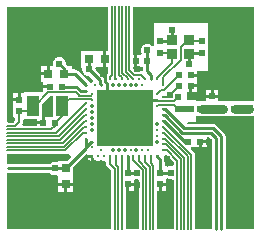
<source format=gtl>
G04*
G04 #@! TF.GenerationSoftware,Altium Limited,Altium Designer,19.0.15 (446)*
G04*
G04 Layer_Physical_Order=1*
G04 Layer_Color=255*
%FSLAX24Y24*%
%MOIN*%
G70*
G01*
G75*
%ADD10C,0.0098*%
%ADD13R,0.0197X0.0236*%
%ADD14R,0.0374X0.0335*%
%ADD15R,0.0236X0.0197*%
%ADD16R,0.0256X0.0197*%
%ADD17R,0.0300X0.0300*%
%ADD18R,0.0315X0.0295*%
%ADD19R,0.0295X0.0315*%
%ADD21R,0.1909X0.1909*%
%ADD22R,0.0394X0.0709*%
%ADD32C,0.0108*%
%ADD33C,0.0059*%
%ADD34C,0.0057*%
%ADD35C,0.0200*%
%ADD36C,0.0300*%
%ADD37C,0.0240*%
%ADD38C,0.0138*%
G36*
X-555Y2216D02*
X-609D01*
Y1959D01*
Y1701D01*
X-555D01*
Y1483D01*
X-584Y1454D01*
X-597Y1439D01*
X-608Y1421D01*
X-616Y1402D01*
X-620Y1383D01*
X-622Y1363D01*
X-630Y1350D01*
X-639Y1327D01*
X-686Y1318D01*
X-692Y1320D01*
X-693Y1323D01*
X-706Y1343D01*
X-721Y1361D01*
X-971Y1611D01*
X-970Y1619D01*
X-972Y1648D01*
X-973Y1651D01*
X-943Y1701D01*
X-907D01*
Y1701D01*
X-709D01*
Y1959D01*
Y2216D01*
X-907D01*
Y2216D01*
X-943D01*
Y2216D01*
X-1439D01*
Y1701D01*
X-1439D01*
X-1409Y1651D01*
X-1410Y1648D01*
X-1411Y1619D01*
X-1410Y1590D01*
X-1404Y1562D01*
X-1395Y1535D01*
X-1382Y1509D01*
X-1366Y1485D01*
X-1347Y1463D01*
X-1325Y1444D01*
X-1301Y1428D01*
X-1275Y1415D01*
X-1248Y1406D01*
X-1220Y1400D01*
X-1191Y1398D01*
X-1183Y1399D01*
X-1057Y1273D01*
X-1056Y1251D01*
X-1067Y1213D01*
X-1075Y1208D01*
X-1094Y1192D01*
X-1101Y1183D01*
X-1132Y1177D01*
X-1162Y1183D01*
X-1170Y1192D01*
X-1189Y1208D01*
X-1200Y1215D01*
X-1558Y1572D01*
X-1575Y1588D01*
X-1595Y1600D01*
X-1617Y1609D01*
X-1640Y1614D01*
X-1663Y1616D01*
X-1770D01*
Y1724D01*
X-1886D01*
X-1897Y1742D01*
X-1912Y1759D01*
X-1955Y1803D01*
X-1955Y1811D01*
X-1957Y1840D01*
X-1962Y1868D01*
X-1972Y1895D01*
X-1984Y1921D01*
X-2000Y1945D01*
X-2019Y1967D01*
X-2041Y1986D01*
X-2065Y2002D01*
X-2091Y2015D01*
X-2118Y2024D01*
X-2146Y2030D01*
X-2175Y2032D01*
X-2204Y2030D01*
X-2232Y2024D01*
X-2260Y2015D01*
X-2285Y2002D01*
X-2309Y1986D01*
X-2331Y1967D01*
X-2350Y1945D01*
X-2366Y1921D01*
X-2379Y1895D01*
X-2388Y1868D01*
X-2394Y1840D01*
X-2396Y1811D01*
X-2394Y1782D01*
X-2392Y1774D01*
X-2418Y1733D01*
X-2431Y1724D01*
X-2499D01*
Y1467D01*
X-2549D01*
Y1417D01*
X-2797D01*
Y1209D01*
X-2708D01*
Y1083D01*
X-2490D01*
Y983D01*
X-2708D01*
Y881D01*
X-2719Y872D01*
X-2765Y858D01*
Y858D01*
X-2765Y858D01*
X-3359D01*
Y828D01*
X-3465D01*
Y610D01*
X-3515D01*
Y560D01*
X-3713D01*
Y392D01*
Y-2D01*
X-3645D01*
Y-73D01*
X-3711Y-140D01*
X-3905D01*
Y3708D01*
X-555D01*
Y2216D01*
D02*
G37*
G36*
X4299Y550D02*
X4141D01*
X4134Y550D01*
X3690D01*
X3690Y550D01*
X3270Y550D01*
X3114D01*
Y667D01*
X2718D01*
Y550D01*
X2392Y550D01*
Y600D01*
X2077D01*
Y874D01*
X2155D01*
Y1073D01*
X2205D01*
Y1123D01*
X2423D01*
Y1229D01*
X2423D01*
Y1377D01*
X2205D01*
Y1477D01*
X2423D01*
Y1575D01*
X2777D01*
X2777Y3151D01*
X976Y3151D01*
X976Y2413D01*
X954Y2401D01*
X926Y2396D01*
X914Y2410D01*
X892Y2429D01*
X868Y2445D01*
X842Y2458D01*
X815Y2467D01*
X787Y2473D01*
X758Y2474D01*
X729Y2473D01*
X701Y2467D01*
X674Y2458D01*
X648Y2445D01*
X624Y2429D01*
X602Y2410D01*
X583Y2388D01*
X567Y2364D01*
X554Y2338D01*
X545Y2311D01*
X539Y2283D01*
X537Y2254D01*
X539Y2225D01*
X545Y2197D01*
X554Y2170D01*
X565Y2148D01*
X560Y2133D01*
X537Y2098D01*
X414D01*
Y1900D01*
Y1701D01*
X608D01*
Y1590D01*
X607Y1587D01*
X591Y1570D01*
X561Y1550D01*
X558Y1550D01*
X550Y1550D01*
X376D01*
X285Y1641D01*
Y1701D01*
X314D01*
Y1900D01*
Y2098D01*
X285D01*
Y3708D01*
X4299D01*
Y550D01*
D02*
G37*
G36*
Y-3708D02*
X3373D01*
X3365Y-3700D01*
Y-616D01*
X3365Y-616D01*
X3363Y-592D01*
X3358Y-569D01*
X3349Y-548D01*
X3337Y-528D01*
X3321Y-510D01*
X3321Y-510D01*
X3042Y-231D01*
X3025Y-216D01*
X3004Y-203D01*
X2983Y-194D01*
X2960Y-189D01*
X2937Y-187D01*
X2086D01*
X2079Y-178D01*
X2106Y-128D01*
X2392D01*
Y50D01*
X2566D01*
X2566Y50D01*
X3070D01*
X3841Y50D01*
Y50D01*
X4134D01*
X4141Y50D01*
X4299D01*
Y-3708D01*
D02*
G37*
G36*
X-2375Y31D02*
X-2658D01*
Y-167D01*
X-2708D01*
Y-217D01*
X-2926D01*
Y-256D01*
X-3394D01*
X-3412Y-206D01*
X-3410Y-203D01*
X-3399Y-186D01*
X-3391Y-167D01*
X-3386Y-147D01*
X-3385Y-127D01*
Y-90D01*
X-3359Y-51D01*
X-2926D01*
Y-117D01*
X-2758D01*
Y31D01*
X-2765D01*
Y458D01*
X-2503Y720D01*
X-2375D01*
Y31D01*
D02*
G37*
G36*
X-1784Y-1292D02*
X-1927Y-1435D01*
X-2220D01*
Y-1439D01*
X-2230Y-1451D01*
X-2270Y-1473D01*
X-2280Y-1470D01*
X-2308Y-1464D01*
X-2337Y-1463D01*
X-2366Y-1464D01*
X-2394Y-1470D01*
X-2421Y-1479D01*
X-2447Y-1492D01*
X-2471Y-1508D01*
X-2493Y-1527D01*
X-2498Y-1533D01*
X-3899D01*
X-3905Y-1528D01*
Y-1213D01*
X-1972D01*
X-1951Y-1211D01*
X-1931Y-1206D01*
X-1913Y-1198D01*
X-1895Y-1188D01*
X-1891Y-1185D01*
X-1784Y-1292D01*
D02*
G37*
G36*
X1630Y-1479D02*
Y-1565D01*
X1623Y-1575D01*
X1580Y-1603D01*
X1574Y-1602D01*
X1545Y-1600D01*
X1516Y-1602D01*
X1488Y-1608D01*
X1461Y-1617D01*
X1439Y-1628D01*
X1430Y-1625D01*
X1389Y-1603D01*
Y-1603D01*
X1341Y-1600D01*
Y-1388D01*
X1339Y-1364D01*
X1333Y-1342D01*
X1324Y-1320D01*
X1312Y-1300D01*
X1299Y-1284D01*
X1367Y-1216D01*
X1630Y-1479D01*
D02*
G37*
G36*
X-1233Y-1230D02*
X-1083D01*
Y-1280D01*
X-1040D01*
X-1039Y-1304D01*
X-1033Y-1327D01*
X-1033Y-1328D01*
Y-1426D01*
X-1012Y-1417D01*
X-992Y-1405D01*
X-984Y-1398D01*
X-977Y-1405D01*
X-956Y-1417D01*
X-934Y-1427D01*
X-910Y-1432D01*
X-886Y-1434D01*
X-862Y-1432D01*
X-838Y-1427D01*
X-816Y-1417D01*
X-795Y-1405D01*
X-787Y-1398D01*
X-780Y-1405D01*
X-759Y-1417D01*
X-737Y-1427D01*
X-713Y-1432D01*
X-689Y-1434D01*
X-672Y-1433D01*
X-659Y-1437D01*
X-622Y-1470D01*
Y-1535D01*
X-620Y-1556D01*
X-616Y-1576D01*
X-608Y-1594D01*
X-597Y-1612D01*
X-584Y-1627D01*
X-461Y-1751D01*
Y-3701D01*
X-467Y-3708D01*
X-3905D01*
Y-1838D01*
X-3899Y-1833D01*
X-2498D01*
X-2493Y-1839D01*
X-2471Y-1858D01*
X-2447Y-1874D01*
X-2421Y-1887D01*
X-2394Y-1896D01*
X-2366Y-1902D01*
X-2337Y-1904D01*
X-2308Y-1902D01*
X-2280Y-1896D01*
X-2270Y-1893D01*
X-2257Y-1900D01*
X-2220Y-1931D01*
Y-1967D01*
X-2220D01*
Y-2165D01*
X-1705D01*
Y-1967D01*
X-1705D01*
Y-1931D01*
X-1705D01*
Y-1637D01*
X-1273Y-1205D01*
X-1233Y-1230D01*
D02*
G37*
G36*
X2910Y-742D02*
Y-3700D01*
X2903Y-3708D01*
X2361D01*
X2354Y-3701D01*
Y-1233D01*
X2353Y-1213D01*
X2348Y-1193D01*
X2340Y-1174D01*
X2330Y-1157D01*
X2316Y-1141D01*
X2207Y-1032D01*
X2227Y-986D01*
X2470D01*
Y-787D01*
X2520D01*
Y-737D01*
X2738D01*
Y-642D01*
X2810D01*
X2910Y-742D01*
D02*
G37*
G36*
X1461Y-2025D02*
X1488Y-2034D01*
X1516Y-2039D01*
X1545Y-2041D01*
X1574Y-2039D01*
X1580Y-2038D01*
X1623Y-2066D01*
X1630Y-2077D01*
Y-3701D01*
X1623Y-3708D01*
X1096D01*
X1090Y-3701D01*
Y-2433D01*
X1141D01*
Y-2215D01*
X1191D01*
Y-2165D01*
X1389D01*
Y-2041D01*
X1395Y-2035D01*
X1422Y-2019D01*
X1439Y-2014D01*
X1461Y-2025D01*
D02*
G37*
G36*
X375Y-2039D02*
X404Y-2041D01*
X430Y-2040D01*
X433Y-2040D01*
X480Y-2076D01*
Y-3701D01*
X473Y-3708D01*
X38D01*
X32Y-3701D01*
Y-2433D01*
X48D01*
Y-2215D01*
X98D01*
Y-2165D01*
X297D01*
Y-2069D01*
X299Y-2065D01*
X343Y-2034D01*
X346Y-2034D01*
X375Y-2039D01*
D02*
G37*
%LPC*%
G36*
X-2599Y1724D02*
X-2797D01*
Y1517D01*
X-2599D01*
Y1724D01*
D02*
G37*
G36*
X-3565Y828D02*
X-3713D01*
Y660D01*
X-3565D01*
Y828D01*
D02*
G37*
G36*
X2423Y1023D02*
X2255D01*
Y874D01*
X2423D01*
Y1023D01*
D02*
G37*
G36*
X3114Y935D02*
X2966D01*
Y767D01*
X3114D01*
Y935D01*
D02*
G37*
G36*
X2866D02*
X2718D01*
Y767D01*
X2866D01*
Y935D01*
D02*
G37*
G36*
X-1133Y-1330D02*
X-1229D01*
X-1220Y-1350D01*
X-1208Y-1370D01*
X-1192Y-1389D01*
X-1174Y-1405D01*
X-1153Y-1417D01*
X-1133Y-1426D01*
Y-1330D01*
D02*
G37*
G36*
X-1705Y-2265D02*
X-1913D01*
Y-2462D01*
X-1705D01*
Y-2265D01*
D02*
G37*
G36*
X-2013D02*
X-2220D01*
Y-2462D01*
X-2013D01*
Y-2265D01*
D02*
G37*
G36*
X2738Y-837D02*
X2570D01*
Y-986D01*
X2738D01*
Y-837D01*
D02*
G37*
G36*
X1389Y-2265D02*
X1241D01*
Y-2433D01*
X1389D01*
Y-2265D01*
D02*
G37*
G36*
X297D02*
X148D01*
Y-2433D01*
X297D01*
Y-2265D01*
D02*
G37*
%LPD*%
D10*
X1560Y2557D02*
X1589Y2587D01*
X1174Y2557D02*
X1560D01*
X1577Y2599D02*
X1589Y2587D01*
X2189Y2164D02*
X2574D01*
X2160Y1804D02*
Y2134D01*
X1589Y2587D02*
Y2917D01*
X758Y1959D02*
Y2254D01*
X758Y1909D02*
Y2254D01*
X758Y1555D02*
Y1900D01*
Y1555D02*
X886Y1427D01*
Y1280D02*
Y1427D01*
X758Y1909D02*
X763Y1905D01*
X1310Y-98D02*
X1999Y-787D01*
X2126D01*
X1333Y98D02*
X1923Y-492D01*
X2872D01*
X1988Y-337D02*
X2937D01*
X1356Y295D02*
X1988Y-337D01*
X2872Y-492D02*
X3060Y-680D01*
X2937Y-337D02*
X3216Y-616D01*
X3060Y-3700D02*
Y-680D01*
X3216Y-3700D02*
Y-616D01*
X-1280Y-954D02*
Y-689D01*
Y-1000D02*
Y-954D01*
X-1113Y-787D01*
X-1083D01*
X-1963Y-1683D02*
X-1280Y-1000D01*
X-3899Y-1683D02*
X-2337D01*
X-591Y591D02*
X0Y0D01*
X-591Y591D02*
Y1083D01*
X-2337Y-1683D02*
X-1963D01*
X-2175Y1811D02*
X-2018Y1654D01*
Y1467D02*
Y1654D01*
X-2096Y1033D02*
X-1614D01*
X-1467Y886D01*
X-1280D01*
X-2018Y1467D02*
X-1663D01*
X-1280Y1083D01*
X-1191Y1619D02*
X-827Y1255D01*
X-1191Y1619D02*
Y1959D01*
X-827Y1152D02*
X-787Y1113D01*
Y1083D02*
Y1113D01*
X-827Y1152D02*
Y1255D01*
X-653Y1213D02*
Y1434D01*
Y1213D02*
X-591Y1151D01*
Y1083D02*
Y1151D01*
X98Y-1821D02*
X404D01*
X591Y591D02*
X1083D01*
X0Y0D02*
X236Y236D01*
X591Y591D01*
X98Y-1821D02*
Y-1280D01*
X1083D02*
X1191Y-1388D01*
Y-1821D02*
Y-1388D01*
Y-1821D02*
X1211Y-1841D01*
X1280Y98D02*
X1333D01*
X1280Y295D02*
X1356D01*
X1280Y-98D02*
X1310D01*
X1211Y-1841D02*
X1545D01*
D13*
X1174Y2557D02*
D03*
Y2164D02*
D03*
X2574Y2164D02*
D03*
Y2557D02*
D03*
X1792Y699D02*
D03*
Y305D02*
D03*
X2916Y717D02*
D03*
Y323D02*
D03*
X1191Y-1821D02*
D03*
Y-2215D02*
D03*
X98Y-1821D02*
D03*
Y-2215D02*
D03*
X-3515Y217D02*
D03*
Y610D02*
D03*
D14*
X2160Y2134D02*
D03*
Y2587D02*
D03*
X1589D02*
D03*
Y2134D02*
D03*
D15*
X2205Y1427D02*
D03*
X1811D02*
D03*
X364Y1900D02*
D03*
X758D02*
D03*
X2205Y1073D02*
D03*
X1811D02*
D03*
X2520Y-787D02*
D03*
X2126D02*
D03*
X-2096Y1033D02*
D03*
X-2490D02*
D03*
X-2314Y-167D02*
D03*
X-2708D02*
D03*
D16*
X2539Y302D02*
D03*
X2165Y302D02*
D03*
X3667Y302D02*
D03*
X3293D02*
D03*
D17*
X4156Y300D02*
D03*
D18*
X-1963Y-2215D02*
D03*
Y-1683D02*
D03*
D19*
X-2549Y1467D02*
D03*
X-2018D02*
D03*
X-1191Y1959D02*
D03*
X-659D02*
D03*
D21*
X0Y0D02*
D03*
D22*
X-2078Y404D02*
D03*
X-3062D02*
D03*
D32*
X886Y1280D02*
D03*
X-492D02*
D03*
X-295D02*
D03*
X-98D02*
D03*
X98D02*
D03*
X295D02*
D03*
X492D02*
D03*
X689D02*
D03*
X1083D02*
D03*
X-1280Y1083D02*
D03*
X-984D02*
D03*
X-787D02*
D03*
X-591D02*
D03*
X-394D02*
D03*
X-197D02*
D03*
X0D02*
D03*
X197D02*
D03*
X394D02*
D03*
X591D02*
D03*
X1280D02*
D03*
X1083Y787D02*
D03*
X-1280Y886D02*
D03*
X-1083Y787D02*
D03*
X1280Y689D02*
D03*
X-1083Y591D02*
D03*
X1083D02*
D03*
X-1280Y492D02*
D03*
X-1083Y394D02*
D03*
X1083D02*
D03*
X-1280Y295D02*
D03*
X1280D02*
D03*
X-1083Y197D02*
D03*
X-1280Y98D02*
D03*
X1280D02*
D03*
X-1083Y0D02*
D03*
X-1280Y-98D02*
D03*
X1280D02*
D03*
X-1083Y-197D02*
D03*
X1083D02*
D03*
X-1280Y-295D02*
D03*
X1280D02*
D03*
X-1083Y-394D02*
D03*
X1083D02*
D03*
X-1280Y-492D02*
D03*
X1280D02*
D03*
X1083Y-591D02*
D03*
X-1280Y-689D02*
D03*
X1280D02*
D03*
X-1083Y-787D02*
D03*
X1083D02*
D03*
X1280Y-886D02*
D03*
X-1083Y-984D02*
D03*
X-787Y-1083D02*
D03*
X-394D02*
D03*
X-197D02*
D03*
X0D02*
D03*
X197D02*
D03*
X394D02*
D03*
X591D02*
D03*
X787D02*
D03*
X1280D02*
D03*
X-1083Y-1280D02*
D03*
X-886D02*
D03*
X-689D02*
D03*
X-492D02*
D03*
X-295D02*
D03*
X-98D02*
D03*
X98D02*
D03*
X295D02*
D03*
X492D02*
D03*
X689D02*
D03*
X886D02*
D03*
X1083D02*
D03*
D33*
X1085Y787D02*
X1213Y915D01*
X1083Y787D02*
X1085D01*
X1870Y2362D02*
X2065Y2557D01*
X2574D01*
X1174Y2164D02*
X1560D01*
X1589Y2134D01*
X156Y1587D02*
X322Y1420D01*
X550D01*
X689Y1282D01*
X156Y1587D02*
Y3720D01*
X1280Y1083D02*
Y1348D01*
X1870Y1938D01*
Y2362D01*
X1083Y1315D02*
X1589Y1821D01*
X1083Y1280D02*
Y1315D01*
X1589Y1821D02*
Y2134D01*
X1437Y689D02*
X1506Y758D01*
X1280Y689D02*
X1437D01*
X1213Y915D02*
X1311D01*
X1811Y1415D02*
Y1427D01*
X1311Y915D02*
X1811Y1415D01*
X1506Y758D02*
X1811Y1063D01*
Y1073D01*
X1287Y-295D02*
X2225Y-1233D01*
X1320Y-492D02*
X2108Y-1281D01*
X1352Y-689D02*
X1992Y-1329D01*
X1385Y-886D02*
X1876Y-1377D01*
X1417Y-1083D02*
X1760Y-1425D01*
Y-3701D02*
Y-1425D01*
X1876Y-3701D02*
Y-1377D01*
X1992Y-3701D02*
Y-1329D01*
X2225Y-3701D02*
Y-1233D01*
X2108Y-3701D02*
Y-1281D01*
X-2276Y-502D02*
X-1282Y492D01*
X-3917Y-502D02*
X-2276D01*
X-3917Y-386D02*
X-2444D01*
X-3515Y-127D02*
Y217D01*
X-3917Y-270D02*
X-3658D01*
X-3515Y-127D01*
X295Y1280D02*
Y1283D01*
X39Y1539D02*
X295Y1283D01*
X98Y1280D02*
Y1316D01*
X-77Y1491D02*
X98Y1316D01*
X-77Y1491D02*
Y3720D01*
X-193Y1443D02*
Y3720D01*
Y1443D02*
X-98Y1348D01*
X-309Y1293D02*
Y3720D01*
Y1293D02*
X-295Y1280D01*
X39Y1539D02*
Y3720D01*
X-425Y1429D02*
Y3720D01*
X-492Y1362D02*
X-425Y1429D01*
X-3917Y-618D02*
X-2195D01*
X-3917Y-734D02*
X-2142D01*
X-2444Y-386D02*
X-2314Y-256D01*
Y-167D01*
X-3917Y-1083D02*
X-1972D01*
X-1381Y-492D02*
X-1280D01*
X-1972Y-1083D02*
X-1381Y-492D01*
X-3917Y-967D02*
X-2020D01*
X-1348Y-295D01*
X-1280D01*
X-3917Y-850D02*
X-2071D01*
X-1319Y-98D02*
X-1280D01*
X-2071Y-850D02*
X-1319Y-98D01*
X-1309Y98D02*
X-1280D01*
X-2142Y-734D02*
X-1309Y98D01*
X-2195Y-618D02*
X-1282Y295D01*
X-1280D01*
X-1282Y492D02*
X-1280D01*
X-98Y1280D02*
Y1348D01*
X-492Y1280D02*
Y1362D01*
X-98Y-3701D02*
Y-1280D01*
X-492Y-1535D02*
X-331Y-1697D01*
Y-3701D02*
Y-1697D01*
X-492Y-1535D02*
Y-1280D01*
X-295Y-1568D02*
X-215Y-1649D01*
Y-3701D02*
Y-1649D01*
X-295Y-1568D02*
Y-1280D01*
X295Y-1420D02*
Y-1280D01*
Y-1420D02*
X610Y-1735D01*
Y-3701D02*
Y-1735D01*
X492Y-1453D02*
X727Y-1688D01*
Y-3701D02*
Y-1688D01*
X492Y-1453D02*
Y-1280D01*
X689Y-1486D02*
X843Y-1640D01*
X689Y-1486D02*
Y-1280D01*
X843Y-3701D02*
Y-1640D01*
X886Y-1518D02*
X960Y-1592D01*
Y-3701D02*
Y-1592D01*
X886Y-1518D02*
Y-1280D01*
X1280Y-1083D02*
X1417D01*
X1280Y-492D02*
X1320D01*
X1280Y-886D02*
X1385D01*
X1280Y-689D02*
X1352D01*
X1280Y-295D02*
X1287D01*
D34*
X1642Y549D02*
X1792Y699D01*
X1124Y549D02*
X1642D01*
X1124Y435D02*
X1662D01*
X1793Y303D01*
X1795Y301D01*
X-3062Y404D02*
X-3002D01*
X-2556Y849D01*
X-1849Y632D02*
X-1124D01*
X-2556Y849D02*
X-1621D01*
X-3515Y217D02*
X-3249D01*
X-3062Y404D01*
X-2078Y69D02*
Y404D01*
X-2314Y-167D02*
X-2078Y69D01*
Y404D02*
X-1849Y632D01*
X-1514Y746D02*
X-1124D01*
X-1519Y751D02*
X-1514Y746D01*
X-1522Y751D02*
X-1519D01*
X-1621Y849D02*
X-1522Y751D01*
X-1124Y746D02*
X-1083Y787D01*
X-1124Y632D02*
X-1083Y591D01*
X1083D02*
X1124Y549D01*
X1083Y394D02*
X1124Y435D01*
D35*
X1793Y303D02*
X2145D01*
D36*
X3690Y300D02*
X4134D01*
X2566D02*
X3270D01*
D37*
X758Y2254D02*
D03*
X404Y2263D02*
D03*
X2600Y717D02*
D03*
X2913Y1053D02*
D03*
X2160Y1804D02*
D03*
X1589Y2917D02*
D03*
X404Y1634D02*
D03*
X2539Y1073D02*
D03*
X1506Y758D02*
D03*
X2204Y738D02*
D03*
X2539Y1427D02*
D03*
X2569Y-39D02*
D03*
X4176Y-79D02*
D03*
Y679D02*
D03*
X3566D02*
D03*
X3566Y-79D02*
D03*
X3490Y-3590D02*
D03*
Y-2590D02*
D03*
X2472D02*
D03*
Y-3590D02*
D03*
X2825Y-797D02*
D03*
X3570Y3590D02*
D03*
X757D02*
D03*
X4176Y-3590D02*
D03*
Y-2590D02*
D03*
Y-1590D02*
D03*
X2472D02*
D03*
X3490D02*
D03*
Y-590D02*
D03*
X4176D02*
D03*
X2570Y3590D02*
D03*
X4176D02*
D03*
X1570D02*
D03*
X4176Y2590D02*
D03*
X3570D02*
D03*
X4176Y1590D02*
D03*
X3570D02*
D03*
X1496Y-2234D02*
D03*
X1208Y-3590D02*
D03*
X260D02*
D03*
X148Y-2559D02*
D03*
X-1020Y-2864D02*
D03*
Y-2070D02*
D03*
Y-3590D02*
D03*
X-1970D02*
D03*
X-1912Y-2559D02*
D03*
X-2503D02*
D03*
X-2500Y-3590D02*
D03*
X-3790Y-60D02*
D03*
X-2619Y394D02*
D03*
X-2835Y1033D02*
D03*
X-2913Y1467D02*
D03*
X-787Y2559D02*
D03*
X-2559Y2362D02*
D03*
X-719Y3590D02*
D03*
X-1575D02*
D03*
X-2559D02*
D03*
X-3790D02*
D03*
Y2362D02*
D03*
Y984D02*
D03*
Y-2470D02*
D03*
Y-3590D02*
D03*
X-2337Y-1683D02*
D03*
X-3062Y-157D02*
D03*
X-2175Y1811D02*
D03*
X-709Y1457D02*
D03*
X404Y-1821D02*
D03*
X1545Y-1821D02*
D03*
X404Y-2244D02*
D03*
X1211Y-2550D02*
D03*
X1417Y-1378D02*
D03*
X-3790Y-1330D02*
D03*
X-2002D02*
D03*
X-709Y709D02*
D03*
X-236D02*
D03*
X236D02*
D03*
X709D02*
D03*
X-709Y236D02*
D03*
X-236D02*
D03*
X236D02*
D03*
X709D02*
D03*
X-709Y-236D02*
D03*
X-236D02*
D03*
X236D02*
D03*
X709D02*
D03*
X-709Y-709D02*
D03*
X-236D02*
D03*
X236D02*
D03*
X709D02*
D03*
X-1610Y1760D02*
D03*
X-1580Y2520D02*
D03*
X-1020Y-1580D02*
D03*
X-1191Y1619D02*
D03*
D38*
X-1083Y394D02*
D03*
Y-394D02*
D03*
Y-197D02*
D03*
Y0D02*
D03*
Y197D02*
D03*
X394Y-1083D02*
D03*
X1083Y-197D02*
D03*
X1083Y-787D02*
D03*
X-394Y-1083D02*
D03*
X-197D02*
D03*
X0Y-1083D02*
D03*
X-394Y1083D02*
D03*
X-197D02*
D03*
X0D02*
D03*
X197D02*
D03*
X394D02*
D03*
M02*

</source>
